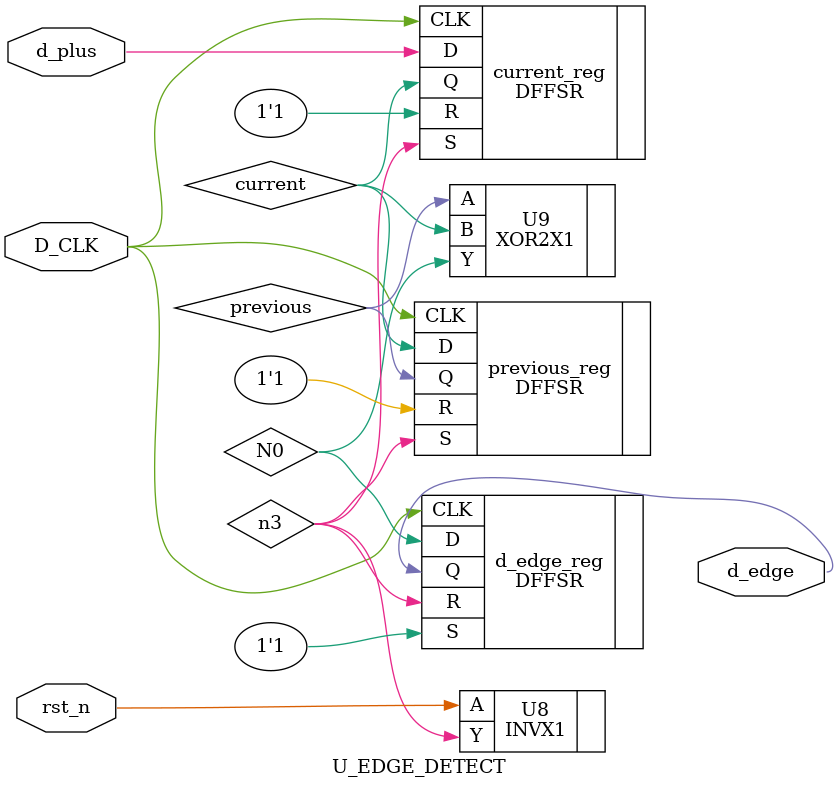
<source format=v>

module U_EDGE_DETECT ( D_CLK, rst_n, d_plus, d_edge );
  input D_CLK, rst_n, d_plus;
  output d_edge;
  wire   current, previous, N0, n3;

  DFFSR current_reg ( .D(d_plus), .CLK(D_CLK), .R(1'b1), .S(n3), .Q(current)
         );
  DFFSR previous_reg ( .D(current), .CLK(D_CLK), .R(1'b1), .S(n3), .Q(previous) );
  DFFSR d_edge_reg ( .D(N0), .CLK(D_CLK), .R(n3), .S(1'b1), .Q(d_edge) );
  INVX1 U8 ( .A(rst_n), .Y(n3) );
  XOR2X1 U9 ( .A(previous), .B(current), .Y(N0) );
endmodule


</source>
